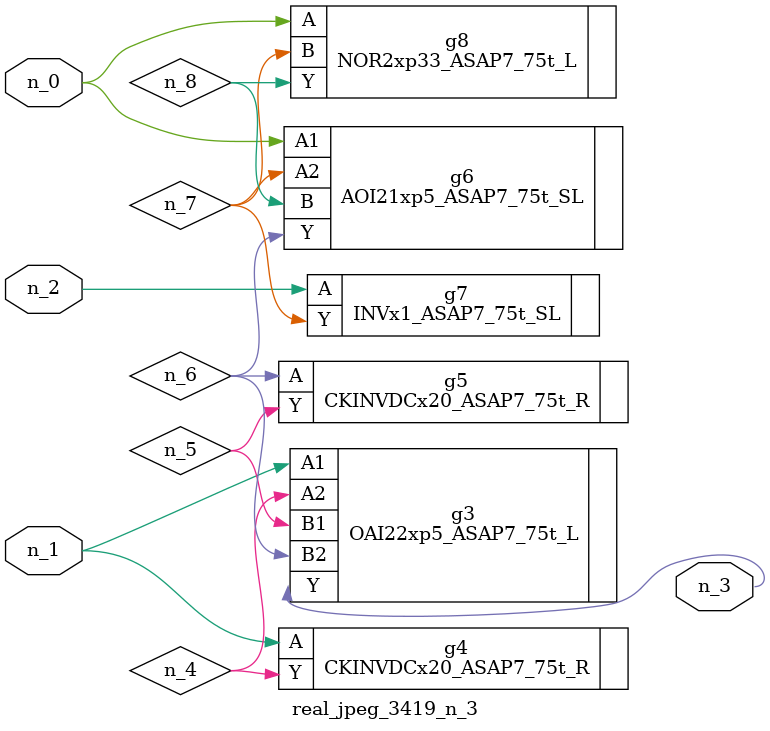
<source format=v>
module real_jpeg_3419_n_3 (n_1, n_0, n_2, n_3);

input n_1;
input n_0;
input n_2;

output n_3;

wire n_5;
wire n_4;
wire n_8;
wire n_6;
wire n_7;

AOI21xp5_ASAP7_75t_SL g6 ( 
.A1(n_0),
.A2(n_7),
.B(n_8),
.Y(n_6)
);

NOR2xp33_ASAP7_75t_L g8 ( 
.A(n_0),
.B(n_7),
.Y(n_8)
);

OAI22xp5_ASAP7_75t_L g3 ( 
.A1(n_1),
.A2(n_4),
.B1(n_5),
.B2(n_6),
.Y(n_3)
);

CKINVDCx20_ASAP7_75t_R g4 ( 
.A(n_1),
.Y(n_4)
);

INVx1_ASAP7_75t_SL g7 ( 
.A(n_2),
.Y(n_7)
);

CKINVDCx20_ASAP7_75t_R g5 ( 
.A(n_6),
.Y(n_5)
);


endmodule
</source>
